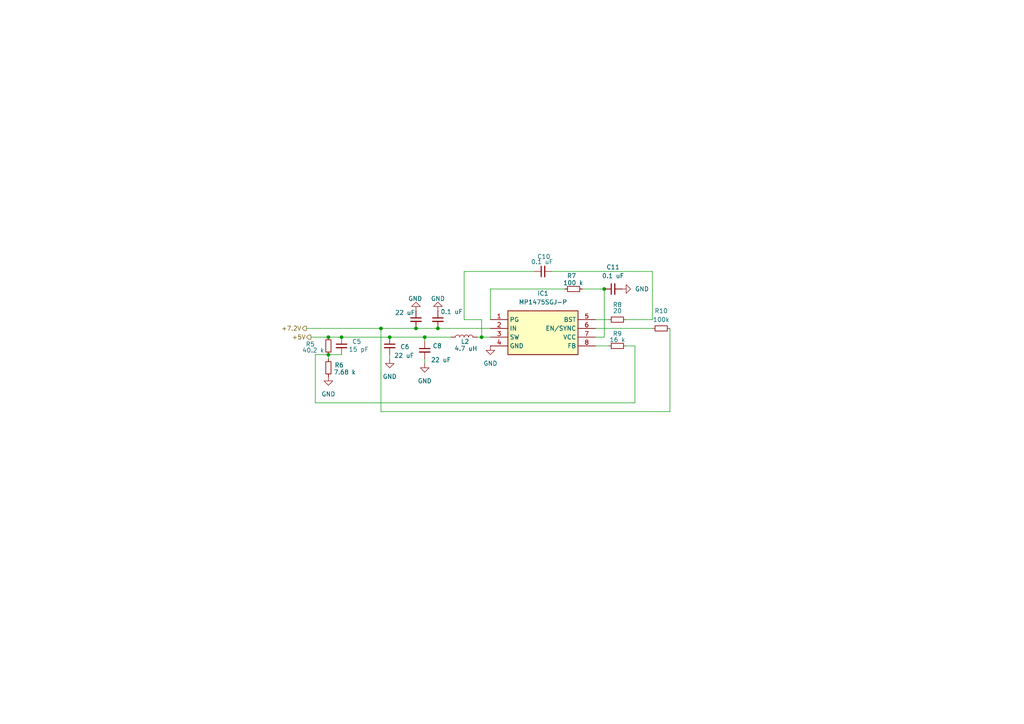
<source format=kicad_sch>
(kicad_sch (version 20231120) (generator "eeschema") (generator_version "8.0")
  (paper "A4")
  (lib_symbols
    (symbol "Device:C_Small" (pin_numbers hide) (pin_names (offset 0.254) hide)
      (property "Reference" "C" (at 0.254 1.778 0))
      (property "Value" "C_Small" (at 0.254 -2.032 0))
      (symbol "C_Small_0_1"
        (polyline (pts (xy -1.524 -0.508) (xy 1.524 -0.508)) (stroke (width 0.3302)))
        (polyline (pts (xy -1.524 0.508) (xy 1.524 0.508)) (stroke (width 0.3048)))
      )
      (symbol "C_Small_1_1"
        (pin passive line (at 0 2.54 270) (length 2.032) (name "~") (number "1"))
        (pin passive line (at 0 -2.54 90) (length 2.032) (name "~") (number "2"))
      )
    )
    (symbol "Device:L" (pin_numbers hide) (pin_names (offset 1.016) hide)
      (property "Reference" "L" (at -1.27 0 90))
      (property "Value" "L" (at 1.905 0 90))
      (symbol "L_0_1"
        (arc (start 0 -2.54) (mid 0.6323 -1.905) (end 0 -1.27))
        (arc (start 0 -1.27) (mid 0.6323 -0.635) (end 0 0))
        (arc (start 0 0) (mid 0.6323 0.635) (end 0 1.27))
        (arc (start 0 1.27) (mid 0.6323 1.905) (end 0 2.54))
      )
      (symbol "L_1_1"
        (pin passive line (at 0 3.81 270) (length 1.27) (name "1") (number "1"))
        (pin passive line (at 0 -3.81 90) (length 1.27) (name "2") (number "2"))
      )
    )
    (symbol "Device:R_Small" (pin_numbers hide) (pin_names (offset 0.254) hide)
      (property "Reference" "R" (at 0.762 0.508 0))
      (property "Value" "R_Small" (at 0.762 -1.016 0))
      (symbol "R_Small_0_1"
        (rectangle (start -0.762 1.778) (end 0.762 -1.778) (stroke (width 0.2032)))
      )
      (symbol "R_Small_1_1"
        (pin passive line (at 0 2.54 270) (length 0.762) (name "~") (number "1"))
        (pin passive line (at 0 -2.54 90) (length 0.762) (name "~") (number "2"))
      )
    )
    (symbol "MP1475SGJ-P:MP1475SGJ-P"
      (property "Reference" "IC" (at 26.67 7.62 0))
      (property "Value" "MP1475SGJ-P" (at 26.67 5.08 0))
      (symbol "MP1475SGJ-P_1_1"
        (rectangle (start 5.08 2.54) (end 25.4 -10.16) (stroke (width 0.254)) (fill (type background)))
        (pin passive line (at 0 0 0) (length 5.08) (name "PG") (number "1"))
        (pin passive line (at 0 -2.54 0) (length 5.08) (name "IN") (number "2"))
        (pin passive line (at 0 -5.08 0) (length 5.08) (name "SW") (number "3"))
        (pin passive line (at 0 -7.62 0) (length 5.08) (name "GND") (number "4"))
        (pin passive line (at 30.48 0 180) (length 5.08) (name "BST") (number "5"))
        (pin passive line (at 30.48 -2.54 180) (length 5.08) (name "EN/SYNC") (number "6"))
        (pin passive line (at 30.48 -5.08 180) (length 5.08) (name "VCC") (number "7"))
        (pin passive line (at 30.48 -7.62 180) (length 5.08) (name "FB") (number "8"))
      )
    )
    (symbol "power:GND" (power) (pin_numbers hide) (pin_names (offset 0) hide)
      (property "Value" "GND" (at 0 -3.81 0))
      (symbol "GND_0_1"
        (polyline (pts (xy 0 0) (xy 0 -1.27) (xy 1.27 -1.27) (xy 0 -2.54) (xy -1.27 -1.27) (xy 0 -1.27)))
      )
      (symbol "GND_1_1"
        (pin power_in line (at 0 0 270) (length 0) (name "~") (number "1"))
      )
    )
  )
  (junction (at 127 95.25))
  (junction (at 110.49 95.25))
  (junction (at 113.03 97.79))
  (junction (at 175.26 83.82))
  (junction (at 95.25 97.79))
  (junction (at 123.19 97.79))
  (junction (at 99.06 97.79))
  (junction (at 139.7 97.79))
  (junction (at 95.25 102.87))
  (junction (at 120.65 95.25))
  (wire (pts (xy 134.62 78.74) (xy 134.62 92.71)))
  (wire (pts (xy 172.72 95.25) (xy 189.23 95.25)))
  (wire (pts (xy 139.7 97.79) (xy 142.24 97.79)))
  (wire (pts (xy 175.26 83.82) (xy 168.91 83.82)))
  (wire (pts (xy 172.72 92.71) (xy 176.53 92.71)))
  (wire (pts (xy 90.17 97.79) (xy 95.25 97.79)))
  (wire (pts (xy 138.43 97.79) (xy 139.7 97.79)))
  (wire (pts (xy 110.49 95.25) (xy 120.65 95.25)))
  (wire (pts (xy 91.44 116.84) (xy 184.15 116.84)))
  (wire (pts (xy 120.65 95.25) (xy 127 95.25)))
  (wire (pts (xy 127 95.25) (xy 142.24 95.25)))
  (wire (pts (xy 163.83 83.82) (xy 142.24 83.82)))
  (wire (pts (xy 184.15 100.33) (xy 181.61 100.33)))
  (wire (pts (xy 95.25 97.79) (xy 99.06 97.79)))
  (wire (pts (xy 91.44 102.87) (xy 91.44 116.84)))
  (wire (pts (xy 110.49 95.25) (xy 110.49 119.38)))
  (wire (pts (xy 113.03 104.14) (xy 113.03 102.87)))
  (wire (pts (xy 175.26 97.79) (xy 175.26 83.82)))
  (wire (pts (xy 99.06 97.79) (xy 113.03 97.79)))
  (wire (pts (xy 134.62 92.71) (xy 139.7 92.71)))
  (wire (pts (xy 123.19 104.14) (xy 123.19 105.41)))
  (wire (pts (xy 189.23 78.74) (xy 160.02 78.74)))
  (wire (pts (xy 194.31 119.38) (xy 110.49 119.38)))
  (wire (pts (xy 189.23 92.71) (xy 189.23 78.74)))
  (wire (pts (xy 123.19 97.79) (xy 130.81 97.79)))
  (wire (pts (xy 189.23 92.71) (xy 181.61 92.71)))
  (wire (pts (xy 194.31 95.25) (xy 194.31 119.38)))
  (wire (pts (xy 95.25 102.87) (xy 99.06 102.87)))
  (wire (pts (xy 88.9 95.25) (xy 110.49 95.25)))
  (wire (pts (xy 142.24 83.82) (xy 142.24 92.71)))
  (wire (pts (xy 172.72 100.33) (xy 176.53 100.33)))
  (wire (pts (xy 154.94 78.74) (xy 134.62 78.74)))
  (wire (pts (xy 139.7 92.71) (xy 139.7 97.79)))
  (wire (pts (xy 172.72 97.79) (xy 175.26 97.79)))
  (wire (pts (xy 184.15 116.84) (xy 184.15 100.33)))
  (wire (pts (xy 95.25 102.87) (xy 95.25 104.14)))
  (wire (pts (xy 113.03 97.79) (xy 123.19 97.79)))
  (wire (pts (xy 91.44 102.87) (xy 95.25 102.87)))
  (wire (pts (xy 123.19 99.06) (xy 123.19 97.79)))
  (hierarchical_label "+7.2V" (shape output) (at 88.9 95.25 180))
  (hierarchical_label "+5V" (shape output) (at 90.17 97.79 180))
  (symbol (lib_id "Device:C_Small") (at 157.48 78.74 90) (unit 1)
    (property "Reference" "C10" (at 157.734 74.422 90))
    (property "Value" "0.1 uF" (at 157.226 75.946 90))
    (property "Description" "Unpolarized capacitor, small symbol" (effects (hide yes)))
  )
  (symbol (lib_id "Device:L") (at 134.62 97.79 90) (unit 1)
    (property "Reference" "L2" (at 134.874 99.06 90))
    (property "Value" "4.7 uH" (at 135.128 101.092 90))
    (property "Description" "Inductor" (effects (hide yes)))
  )
  (symbol (lib_id "Device:C_Small") (at 127 92.71 0) (unit 1)
    (property "Reference" "C9" (effects (hide yes)))
    (property "Value" "0.1 uF" (at 127.762 90.424 0) (effects (justify left)))
    (property "Description" "Unpolarized capacitor, small symbol" (effects (hide yes)))
  )
  (symbol (lib_id "Device:R_Small") (at 191.77 95.25 90) (unit 1)
    (property "Reference" "R10" (at 191.77 90.17 90))
    (property "Value" "100k" (at 191.77 92.71 90))
    (property "Description" "Resistor, small symbol" (effects (hide yes)))
  )
  (symbol (lib_id "power:GND") (at 123.19 105.41 0) (unit 1)
    (property "Reference" "#PWR09" (effects (hide yes)))
    (property "Value" "GND" (at 123.19 110.49 0))
    (property "Description" "Power symbol creates a global label with name \"GND\" , ground" (effects (hide yes)))
  )
  (symbol (lib_id "Device:C_Small") (at 113.03 100.33 0) (unit 1)
    (property "Reference" "C6" (at 116.078 100.584 0) (effects (justify left)))
    (property "Value" "22 uF" (at 114.3 103.124 0) (effects (justify left)))
    (property "Description" "Unpolarized capacitor, small symbol" (effects (hide yes)))
  )
  (symbol (lib_id "power:GND") (at 113.03 104.14 0) (unit 1)
    (property "Reference" "#PWR07" (effects (hide yes)))
    (property "Value" "GND" (at 113.03 109.22 0))
    (property "Description" "Power symbol creates a global label with name \"GND\" , ground" (effects (hide yes)))
  )
  (symbol (lib_id "Device:R_Small") (at 95.25 106.68 0) (unit 1)
    (property "Reference" "R6" (at 97.028 105.918 0) (effects (justify left)))
    (property "Value" "7.68 k" (at 96.774 107.95 0) (effects (justify left)))
    (property "Description" "Resistor, small symbol" (effects (hide yes)))
  )
  (symbol (lib_id "power:GND") (at 180.34 83.82 90) (unit 1)
    (property "Reference" "#PWR019" (effects (hide yes)))
    (property "Value" "GND" (at 184.15 83.8199 90) (effects (justify right)))
    (property "Description" "Power symbol creates a global label with name \"GND\" , ground" (effects (hide yes)))
  )
  (symbol (lib_id "Device:C_Small") (at 123.19 101.6 0) (unit 1)
    (property "Reference" "C8" (at 125.476 100.33 0) (effects (justify left)))
    (property "Value" "22 uF" (at 124.968 104.394 0) (effects (justify left)))
    (property "Description" "Unpolarized capacitor, small symbol" (effects (hide yes)))
  )
  (symbol (lib_id "Device:R_Small") (at 179.07 100.33 90) (unit 1)
    (property "Reference" "R9" (at 179.07 96.774 90))
    (property "Value" "16 k" (at 179.07 98.552 90))
    (property "Description" "Resistor, small symbol" (effects (hide yes)))
  )
  (symbol (lib_id "Device:C_Small") (at 99.06 100.33 0) (unit 1)
    (property "Reference" "C5" (at 102.108 99.06 0) (effects (justify left)))
    (property "Value" "15 pF" (at 101.092 101.346 0) (effects (justify left)))
    (property "Description" "Unpolarized capacitor, small symbol" (effects (hide yes)))
  )
  (symbol (lib_id "power:GND") (at 120.65 90.17 180) (unit 1)
    (property "Reference" "#PWR08" (effects (hide yes)))
    (property "Value" "GND" (at 118.364 86.614 0) (effects (justify right)))
    (property "Description" "Power symbol creates a global label with name \"GND\" , ground" (effects (hide yes)))
  )
  (symbol (lib_id "power:GND") (at 95.25 109.22 0) (unit 1)
    (property "Reference" "#PWR06" (effects (hide yes)))
    (property "Value" "GND" (at 95.25 114.3 0))
    (property "Description" "Power symbol creates a global label with name \"GND\" , ground" (effects (hide yes)))
  )
  (symbol (lib_id "Device:C_Small") (at 120.65 92.71 0) (unit 1)
    (property "Reference" "C7" (effects (hide yes)))
    (property "Value" "22 uF" (at 114.554 90.678 0) (effects (justify left)))
    (property "Description" "Unpolarized capacitor, small symbol" (effects (hide yes)))
  )
  (symbol (lib_id "Device:R_Small") (at 166.37 83.82 270) (unit 1)
    (property "Reference" "R7" (at 167.132 80.01 90) (effects (justify right)))
    (property "Value" "100 k" (at 169.164 82.042 90) (effects (justify right)))
    (property "Description" "Resistor, small symbol" (effects (hide yes)))
  )
  (symbol (lib_id "Device:R_Small") (at 95.25 100.33 180) (unit 1)
    (property "Reference" "R5" (at 88.646 99.822 0) (effects (justify right)))
    (property "Value" "40.2 k" (at 87.63 101.6 0) (effects (justify right)))
    (property "Description" "Resistor, small symbol" (effects (hide yes)))
  )
  (symbol (lib_id "MP1475SGJ-P:MP1475SGJ-P") (at 142.24 92.71 0) (unit 1)
    (property "Reference" "IC1" (at 157.48 85.09 0))
    (property "Value" "MP1475SGJ-P" (at 157.48 87.63 0))
    (property "Footprint" "SOT65P280X100-8N" (effects (hide yes)))
    (property "Datasheet" "http://media.digikey.com/pdf/Data%20Sheets/Monolithic%20Power%20PDF" (effects (hide yes)))
    (property "Description" "Switching Voltage Regulators 3A 16V 500kHz Synch Step-Down Conv W/PG" (effects (hide yes)))
    (property "Height" "1" (effects (hide yes)))
    (property "Manufacturer_Name" "Monolithic Power Systems (MPS)" (effects (hide yes)))
    (property "Manufacturer_Part_Number" "MP1475SGJ-P" (effects (hide yes)))
    (property "Mouser Part Number" "946-MP1475SGJ-P" (effects (hide yes)))
    (property "Mouser Price/Stock" "https://www.mouser.co.uk/ProductDetail/Monolithic-Power-Systems-MPS/MP1475SGJ-P?qs=FIQZoK1q933LtAjxu26L8w%3D%3D" (effects (hide yes)))
  )
  (symbol (lib_id "power:GND") (at 142.24 100.33 0) (unit 1)
    (property "Reference" "#PWR016" (effects (hide yes)))
    (property "Value" "GND" (at 142.24 105.41 0))
    (property "Description" "Power symbol creates a global label with name \"GND\" , ground" (effects (hide yes)))
  )
  (symbol (lib_id "Device:R_Small") (at 179.07 92.71 90) (unit 1)
    (property "Reference" "R8" (at 179.07 88.392 90))
    (property "Value" "20" (at 179.07 90.17 90))
    (property "Description" "Resistor, small symbol" (effects (hide yes)))
  )
  (symbol (lib_id "power:GND") (at 127 90.17 180) (unit 1)
    (property "Reference" "#PWR015" (effects (hide yes)))
    (property "Value" "GND" (at 124.968 86.614 0) (effects (justify right)))
    (property "Description" "Power symbol creates a global label with name \"GND\" , ground" (effects (hide yes)))
  )
  (symbol (lib_id "Device:C_Small") (at 177.8 83.82 90) (unit 1)
    (property "Reference" "C11" (at 177.8063 77.47 90))
    (property "Value" "0.1 uF" (at 177.8063 80.01 90))
    (property "Description" "Unpolarized capacitor, small symbol" (effects (hide yes)))
  )
)
</source>
